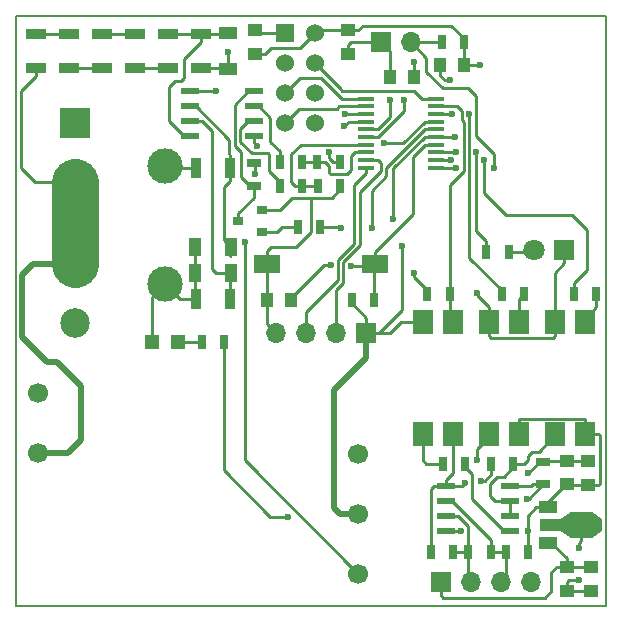
<source format=gtl>
G04 #@! TF.FileFunction,Copper,L1,Top,Signal*
%FSLAX46Y46*%
G04 Gerber Fmt 4.6, Leading zero omitted, Abs format (unit mm)*
G04 Created by KiCad (PCBNEW 4.0.2-stable) date 6/1/2017 2:40:02 PM*
%MOMM*%
G01*
G04 APERTURE LIST*
%ADD10C,0.100000*%
%ADD11C,0.150000*%
%ADD12R,1.000000X1.250000*%
%ADD13R,1.250000X1.000000*%
%ADD14R,1.000000X1.600000*%
%ADD15R,1.600000X1.000000*%
%ADD16R,1.200000X1.200000*%
%ADD17R,1.700000X1.700000*%
%ADD18O,1.700000X1.700000*%
%ADD19R,2.500000X2.500000*%
%ADD20C,2.500000*%
%ADD21C,1.700000*%
%ADD22R,0.900000X0.800000*%
%ADD23R,0.700000X1.300000*%
%ADD24R,0.900000X1.700000*%
%ADD25R,1.700000X0.900000*%
%ADD26C,3.000000*%
%ADD27R,1.300000X0.700000*%
%ADD28R,2.180000X1.600000*%
%ADD29R,1.450000X0.450000*%
%ADD30R,1.524000X1.524000*%
%ADD31C,1.524000*%
%ADD32R,1.550000X0.600000*%
%ADD33R,1.780000X2.000000*%
%ADD34R,1.500000X1.000000*%
%ADD35R,1.800000X1.000000*%
%ADD36R,1.840000X2.200000*%
%ADD37R,1.800000X1.800000*%
%ADD38C,1.800000*%
%ADD39C,0.600000*%
%ADD40C,0.250000*%
%ADD41C,0.500000*%
%ADD42C,4.000000*%
G04 APERTURE END LIST*
D10*
D11*
X75000000Y-75000000D02*
X125000000Y-75000000D01*
X75000000Y-125000000D02*
X125000000Y-125000000D01*
X125000000Y-75000000D02*
X125000000Y-125000000D01*
X75000000Y-75000000D02*
X75000000Y-125000000D01*
D12*
X108696000Y-80162400D03*
X106696000Y-80162400D03*
X112963200Y-79197200D03*
X110963200Y-79197200D03*
X98282000Y-99060000D03*
X96282000Y-99060000D03*
D13*
X103124000Y-76216000D03*
X103124000Y-78216000D03*
X95250000Y-78216000D03*
X95250000Y-76216000D03*
D14*
X93220800Y-94589600D03*
X90220800Y-94589600D03*
X90218000Y-96774000D03*
X93218000Y-96774000D03*
D15*
X92964000Y-76478000D03*
X92964000Y-79478000D03*
D13*
X123698000Y-121682000D03*
X123698000Y-123682000D03*
X121666000Y-121682000D03*
X121666000Y-123682000D03*
X123494800Y-114690400D03*
X123494800Y-112690400D03*
X121716800Y-114674400D03*
X121716800Y-112674400D03*
D16*
X88730000Y-102616000D03*
X86530000Y-102616000D03*
D17*
X105918000Y-77216000D03*
D18*
X108458000Y-77216000D03*
D17*
X104648000Y-101854000D03*
D18*
X102108000Y-101854000D03*
X99568000Y-101854000D03*
X97028000Y-101854000D03*
D19*
X80010000Y-96012000D03*
D20*
X80010000Y-101012000D03*
D19*
X80010000Y-84074000D03*
D20*
X80010000Y-89074000D03*
D17*
X110998000Y-122936000D03*
D18*
X113538000Y-122936000D03*
X116078000Y-122936000D03*
X118618000Y-122936000D03*
D21*
X103999000Y-122254000D03*
X103999000Y-117174000D03*
X103999000Y-112094000D03*
X76849000Y-112024000D03*
X76849000Y-106944000D03*
D22*
X95843600Y-93304400D03*
X95843600Y-91404400D03*
X93843600Y-92354400D03*
D23*
X112964000Y-77216000D03*
X111064000Y-77216000D03*
X103444000Y-99060000D03*
X105344000Y-99060000D03*
X92644000Y-102616000D03*
X90744000Y-102616000D03*
D24*
X93144000Y-87884000D03*
X90244000Y-87884000D03*
D25*
X76708000Y-76528000D03*
X76708000Y-79428000D03*
D26*
X87630000Y-87710000D03*
X87630000Y-97710000D03*
D25*
X79502000Y-79428000D03*
X79502000Y-76528000D03*
X82296000Y-76528000D03*
X82296000Y-79428000D03*
X85090000Y-79428000D03*
X85090000Y-76528000D03*
D24*
X93167200Y-99009200D03*
X90267200Y-99009200D03*
D25*
X87884000Y-76528000D03*
X87884000Y-79428000D03*
X90678000Y-79428000D03*
X90678000Y-76528000D03*
D27*
X95148400Y-89408000D03*
X95148400Y-87508000D03*
D23*
X99248000Y-87376000D03*
X97348000Y-87376000D03*
X99248000Y-89408000D03*
X97348000Y-89408000D03*
X100772000Y-92862400D03*
X98872000Y-92862400D03*
X102499200Y-89408000D03*
X100599200Y-89408000D03*
X102448400Y-87376000D03*
X100548400Y-87376000D03*
X116484400Y-120396000D03*
X118384400Y-120396000D03*
X124140000Y-98552000D03*
X122240000Y-98552000D03*
X115229600Y-112928400D03*
X117129600Y-112928400D03*
X113334800Y-120396000D03*
X115234800Y-120396000D03*
X110164800Y-120396000D03*
X112064800Y-120396000D03*
X118044000Y-98552000D03*
X116144000Y-98552000D03*
D27*
X119684800Y-112740400D03*
X119684800Y-114640400D03*
D23*
X113065600Y-112928400D03*
X111165600Y-112928400D03*
X109860000Y-98552000D03*
X111760000Y-98552000D03*
D28*
X96235570Y-96009680D03*
X105440430Y-96014320D03*
D29*
X110595200Y-87862600D03*
X110595200Y-87212600D03*
X110595200Y-86562600D03*
X110595200Y-85912600D03*
X110595200Y-85262600D03*
X110595200Y-84612600D03*
X110595200Y-83962600D03*
X110595200Y-83312600D03*
X110595200Y-82662600D03*
X110595200Y-82012600D03*
X104695200Y-82012600D03*
X104695200Y-82662600D03*
X104695200Y-83312600D03*
X104695200Y-83962600D03*
X104695200Y-84612600D03*
X104695200Y-85262600D03*
X104695200Y-85912600D03*
X104695200Y-86562600D03*
X104695200Y-87212600D03*
X104695200Y-87862600D03*
D30*
X97790000Y-76454000D03*
D31*
X100330000Y-76454000D03*
X97790000Y-78994000D03*
X100330000Y-78994000D03*
X97790000Y-81534000D03*
X100330000Y-81534000D03*
X97790000Y-84074000D03*
X100330000Y-84074000D03*
D32*
X89756000Y-81407000D03*
X89756000Y-82677000D03*
X89756000Y-83947000D03*
X89756000Y-85217000D03*
X95156000Y-85217000D03*
X95156000Y-83947000D03*
X95156000Y-82677000D03*
X95156000Y-81407000D03*
D33*
X123190000Y-100899000D03*
X120650000Y-110429000D03*
X120650000Y-100899000D03*
X123190000Y-110429000D03*
D32*
X116847600Y-118643400D03*
X116847600Y-117373400D03*
X116847600Y-116103400D03*
X116847600Y-114833400D03*
X111447600Y-114833400D03*
X111447600Y-116103400D03*
X111447600Y-117373400D03*
X111447600Y-118643400D03*
D33*
X117602000Y-100899000D03*
X115062000Y-110429000D03*
X115062000Y-100899000D03*
X117602000Y-110429000D03*
X109474000Y-110429000D03*
X112014000Y-100899000D03*
X112014000Y-110429000D03*
X109474000Y-100899000D03*
D10*
G36*
X123806400Y-117010000D02*
X124656400Y-117610000D01*
X124656400Y-118610000D01*
X123806400Y-119210000D01*
X123806400Y-117010000D01*
X123806400Y-117010000D01*
G37*
D34*
X120084400Y-116610000D03*
D35*
X120230900Y-118110000D03*
D34*
X120084400Y-119610000D03*
D36*
X122897900Y-118110000D03*
D10*
G36*
X121988200Y-119210000D02*
X120988200Y-118510000D01*
X120988200Y-117710000D01*
X121988200Y-117010000D01*
X121988200Y-119210000D01*
X121988200Y-119210000D01*
G37*
D23*
X114838400Y-94996000D03*
X116738400Y-94996000D03*
D37*
X121462800Y-94792800D03*
D38*
X118922800Y-94792800D03*
D39*
X98044000Y-117398800D03*
X107696000Y-94488000D03*
X106984800Y-92202000D03*
X112166400Y-85242400D03*
X108712000Y-78892400D03*
X114300000Y-79197200D03*
X107848400Y-82092800D03*
X101498400Y-86563200D03*
X106680000Y-82143600D03*
X111810800Y-80467200D03*
X108762800Y-96774000D03*
X114046000Y-98450400D03*
X95402400Y-86013400D03*
X92964000Y-78028800D03*
X101677968Y-96113600D03*
X103378000Y-96164400D03*
X114401600Y-114350800D03*
X113030000Y-114554000D03*
X118384000Y-113741200D03*
X122682000Y-120091200D03*
X122682000Y-122732800D03*
X112318800Y-87884000D03*
X115519200Y-87884000D03*
X94386400Y-94132400D03*
X91998800Y-81381600D03*
X95250000Y-88392000D03*
X102514400Y-92964000D03*
X105156000Y-92964000D03*
X111841631Y-87241871D03*
X114655600Y-87223600D03*
X113370180Y-83343154D03*
X111963200Y-83312000D03*
X118313200Y-115874800D03*
X114096800Y-112572800D03*
X106172000Y-85801200D03*
X102870000Y-83312000D03*
X102819200Y-84328000D03*
X118338600Y-118643400D03*
X112699800Y-118643400D03*
X112252996Y-86555724D03*
X114003431Y-86563200D03*
D40*
X96570800Y-117398800D02*
X98044000Y-117398800D01*
X92659200Y-113487200D02*
X96570800Y-117398800D01*
X92659200Y-103531200D02*
X92659200Y-113487200D01*
X92644000Y-102616000D02*
X92644000Y-103516000D01*
X92644000Y-103516000D02*
X92659200Y-103531200D01*
D41*
X101955600Y-106680000D02*
X104648000Y-103987600D01*
X104648000Y-103987600D02*
X104648000Y-101854000D01*
X101955600Y-116687600D02*
X101955600Y-106680000D01*
X102442000Y-117174000D02*
X101955600Y-116687600D01*
X103999000Y-117174000D02*
X102442000Y-117174000D01*
D40*
X107635000Y-100899000D02*
X106680000Y-101854000D01*
X106680000Y-101854000D02*
X104648000Y-101854000D01*
X109474000Y-100899000D02*
X107635000Y-100899000D01*
X107696000Y-94488000D02*
X107696000Y-99906000D01*
X107696000Y-99906000D02*
X105748000Y-101854000D01*
X105748000Y-101854000D02*
X104648000Y-101854000D01*
X106984800Y-87898000D02*
X106984800Y-92202000D01*
X110595200Y-85262600D02*
X109620200Y-85262600D01*
X109620200Y-85262600D02*
X106984800Y-87898000D01*
X111590400Y-85242400D02*
X112166400Y-85242400D01*
X110595200Y-85262600D02*
X111570200Y-85262600D01*
X111570200Y-85262600D02*
X111590400Y-85242400D01*
X108696000Y-80162400D02*
X108696000Y-78908400D01*
X108696000Y-78908400D02*
X108712000Y-78892400D01*
X112963200Y-79197200D02*
X114300000Y-79197200D01*
X107848400Y-83084400D02*
X107848400Y-82092800D01*
X104695200Y-85262600D02*
X105670200Y-85262600D01*
X105670200Y-85262600D02*
X107848400Y-83084400D01*
X112963200Y-79197200D02*
X112963200Y-77216800D01*
X112963200Y-77216800D02*
X112964000Y-77216000D01*
X103124000Y-76216000D02*
X103999000Y-76216000D01*
X103999000Y-76216000D02*
X104370600Y-75844400D01*
X104370600Y-75844400D02*
X111892400Y-75844400D01*
X111892400Y-75844400D02*
X112964000Y-76916000D01*
X112964000Y-76916000D02*
X112964000Y-77216000D01*
X103444000Y-99060000D02*
X103444000Y-99360000D01*
X103444000Y-99360000D02*
X104648000Y-100564000D01*
X104648000Y-100564000D02*
X104648000Y-101854000D01*
X96617000Y-77724000D02*
X99060000Y-77724000D01*
X99060000Y-77724000D02*
X100330000Y-76454000D01*
X95250000Y-78216000D02*
X96125000Y-78216000D01*
X96125000Y-78216000D02*
X96617000Y-77724000D01*
X103124000Y-76216000D02*
X100568000Y-76216000D01*
X100568000Y-76216000D02*
X100330000Y-76454000D01*
X90267200Y-99009200D02*
X88929200Y-99009200D01*
X88929200Y-99009200D02*
X87630000Y-97710000D01*
X90218000Y-96774000D02*
X90218000Y-98960000D01*
X90218000Y-98960000D02*
X90267200Y-99009200D01*
X90220800Y-94589600D02*
X90220800Y-96771200D01*
X90220800Y-96771200D02*
X90218000Y-96774000D01*
X98729802Y-94589600D02*
X96605650Y-94589600D01*
X96605650Y-94589600D02*
X96235570Y-94959680D01*
X99974400Y-90414199D02*
X101773399Y-90414199D01*
X98409401Y-90414199D02*
X99974400Y-90414199D01*
X99974400Y-90414199D02*
X99974400Y-93345002D01*
X99974400Y-93345002D02*
X98729802Y-94589600D01*
X95843600Y-91404400D02*
X97419200Y-91404400D01*
X97419200Y-91404400D02*
X98409401Y-90414199D01*
X101783200Y-90424000D02*
X102499200Y-89708000D01*
X101773399Y-90414199D02*
X101783200Y-90424000D01*
X102499200Y-89708000D02*
X102499200Y-89408000D01*
X121462800Y-94792800D02*
X121462800Y-95942800D01*
X121462800Y-95942800D02*
X120650000Y-96755600D01*
X120650000Y-96755600D02*
X120650000Y-100899000D01*
X101498400Y-87026000D02*
X101498400Y-86563200D01*
X102448400Y-87376000D02*
X101848400Y-87376000D01*
X101848400Y-87376000D02*
X101498400Y-87026000D01*
X106680000Y-83602800D02*
X106680000Y-82143600D01*
X104695200Y-84612600D02*
X105670200Y-84612600D01*
X105670200Y-84612600D02*
X106680000Y-83602800D01*
X111358200Y-80467200D02*
X111810800Y-80467200D01*
X110963200Y-79197200D02*
X110963200Y-80072200D01*
X110963200Y-80072200D02*
X111358200Y-80467200D01*
X108762800Y-97154800D02*
X108762800Y-96774000D01*
X109860000Y-98552000D02*
X109860000Y-98252000D01*
X109860000Y-98252000D02*
X108762800Y-97154800D01*
X114046000Y-98633000D02*
X114046000Y-98450400D01*
X115062000Y-100899000D02*
X115062000Y-99649000D01*
X115062000Y-99649000D02*
X114046000Y-98633000D01*
X96282000Y-99060000D02*
X96282000Y-101108000D01*
X96282000Y-101108000D02*
X97028000Y-101854000D01*
X95156000Y-85767000D02*
X95402400Y-86013400D01*
X95156000Y-85217000D02*
X95156000Y-85767000D01*
X92964000Y-78728000D02*
X92964000Y-78028800D01*
X92964000Y-79478000D02*
X92964000Y-78728000D01*
X111064000Y-79096400D02*
X110963200Y-79197200D01*
X120650000Y-100899000D02*
X120650000Y-102149000D01*
X120650000Y-102149000D02*
X120487800Y-102311200D01*
X120487800Y-102311200D02*
X115224200Y-102311200D01*
X115224200Y-102311200D02*
X115062000Y-102149000D01*
X115062000Y-102149000D02*
X115062000Y-100899000D01*
X120599200Y-100848200D02*
X120650000Y-100899000D01*
X96235570Y-94959680D02*
X96235570Y-96009680D01*
X106696000Y-80162400D02*
X106696000Y-77994000D01*
X106696000Y-77994000D02*
X105918000Y-77216000D01*
X105918000Y-77216000D02*
X103374000Y-77216000D01*
X103374000Y-77216000D02*
X103124000Y-77466000D01*
X103124000Y-77466000D02*
X103124000Y-78216000D01*
X96282000Y-99060000D02*
X96282000Y-96056110D01*
X96282000Y-96056110D02*
X96235570Y-96009680D01*
X97790000Y-76454000D02*
X95488000Y-76454000D01*
X95488000Y-76454000D02*
X95250000Y-76216000D01*
X86530000Y-102616000D02*
X86530000Y-98810000D01*
X86530000Y-98810000D02*
X87630000Y-97710000D01*
X90678000Y-79428000D02*
X92914000Y-79428000D01*
X92914000Y-79428000D02*
X92964000Y-79478000D01*
X103378000Y-96164400D02*
X105290350Y-96164400D01*
X105290350Y-96164400D02*
X105440430Y-96014320D01*
X101253704Y-96113600D02*
X101677968Y-96113600D01*
X101103400Y-96113600D02*
X101253704Y-96113600D01*
X98282000Y-98935000D02*
X101103400Y-96113600D01*
X98282000Y-99060000D02*
X98282000Y-98935000D01*
X108610400Y-91794350D02*
X108610400Y-86922400D01*
X108610400Y-86922400D02*
X109620200Y-85912600D01*
X109620200Y-85912600D02*
X110595200Y-85912600D01*
X105440430Y-96014320D02*
X105440430Y-94964320D01*
X105440430Y-94964320D02*
X108610400Y-91794350D01*
X105344000Y-99060000D02*
X105344000Y-96110750D01*
X105344000Y-96110750D02*
X105440430Y-96014320D01*
X92659200Y-89468800D02*
X92659200Y-94028000D01*
X92659200Y-94028000D02*
X93131190Y-94499990D01*
X93131190Y-94499990D02*
X93220800Y-94499990D01*
X93144000Y-87884000D02*
X93144000Y-88984000D01*
X93144000Y-88984000D02*
X92659200Y-89468800D01*
X93144000Y-87884000D02*
X93144000Y-86784000D01*
X93144000Y-86784000D02*
X93072789Y-86712789D01*
X93072789Y-86712789D02*
X93072789Y-85518789D01*
X93072789Y-85518789D02*
X90231000Y-82677000D01*
X90231000Y-82677000D02*
X89756000Y-82677000D01*
X93194000Y-87934000D02*
X93144000Y-87884000D01*
X93194000Y-95250000D02*
X93194000Y-94950000D01*
X93144000Y-95300000D02*
X93194000Y-95250000D01*
X93167200Y-99009200D02*
X93167200Y-96824800D01*
X93167200Y-96824800D02*
X93218000Y-96774000D01*
X89756000Y-83947000D02*
X90805000Y-83947000D01*
X90805000Y-83947000D02*
X91619001Y-84761001D01*
X91619001Y-84761001D02*
X91619001Y-96445001D01*
X91619001Y-96445001D02*
X91948000Y-96774000D01*
X91948000Y-96774000D02*
X93218000Y-96774000D01*
X90678000Y-76528000D02*
X92914000Y-76528000D01*
X92914000Y-76528000D02*
X92964000Y-76478000D01*
X87985600Y-81026000D02*
X87985600Y-83921600D01*
X87985600Y-83921600D02*
X89281000Y-85217000D01*
X89281000Y-85217000D02*
X89756000Y-85217000D01*
X88493600Y-80518000D02*
X87985600Y-81026000D01*
X89001600Y-80518000D02*
X88493600Y-80518000D01*
X89255600Y-80264000D02*
X89001600Y-80518000D01*
X89255600Y-78650400D02*
X89255600Y-80264000D01*
X90678000Y-76528000D02*
X90678000Y-77228000D01*
X90678000Y-77228000D02*
X89255600Y-78650400D01*
X87884000Y-76528000D02*
X90678000Y-76528000D01*
X121666000Y-121682000D02*
X120791000Y-121682000D01*
X120791000Y-121682000D02*
X120345200Y-122127800D01*
X120345200Y-122127800D02*
X120345200Y-123698000D01*
X119786400Y-124256800D02*
X111218800Y-124256800D01*
X120345200Y-123698000D02*
X119786400Y-124256800D01*
X111218800Y-124256800D02*
X110998000Y-124036000D01*
X110998000Y-124036000D02*
X110998000Y-122936000D01*
X120084400Y-119610000D02*
X120344000Y-119610000D01*
X120344000Y-119610000D02*
X121666000Y-120932000D01*
X121666000Y-120932000D02*
X121666000Y-121682000D01*
X121666000Y-121682000D02*
X123698000Y-121682000D01*
X122897900Y-118110000D02*
X124231400Y-118110000D01*
X114707200Y-114350800D02*
X114401600Y-114350800D01*
X115229600Y-112928400D02*
X115229600Y-113828400D01*
X115229600Y-113828400D02*
X114707200Y-114350800D01*
X112750600Y-114833400D02*
X113030000Y-114554000D01*
X111447600Y-114833400D02*
X112750600Y-114833400D01*
X119684800Y-112740400D02*
X119384800Y-112740400D01*
X119384800Y-112740400D02*
X118384000Y-113741200D01*
X122682000Y-119675900D02*
X122682000Y-120091200D01*
X122897900Y-118110000D02*
X122897900Y-119460000D01*
X122897900Y-119460000D02*
X122682000Y-119675900D01*
X121488200Y-118110000D02*
X120230900Y-118110000D01*
X122897900Y-118110000D02*
X121488200Y-118110000D01*
X121865200Y-122732800D02*
X122682000Y-122732800D01*
X121666000Y-123682000D02*
X121666000Y-122932000D01*
X121666000Y-122932000D02*
X121865200Y-122732800D01*
X115229600Y-113228400D02*
X115229600Y-112928400D01*
X111447600Y-114833400D02*
X111447600Y-114283400D01*
X111447600Y-114283400D02*
X112014000Y-113717000D01*
X112014000Y-113717000D02*
X112014000Y-111679000D01*
X112014000Y-111679000D02*
X112014000Y-110429000D01*
X111447600Y-114833400D02*
X110422600Y-114833400D01*
X110422600Y-114833400D02*
X110164800Y-115091200D01*
X110164800Y-115091200D02*
X110164800Y-119496000D01*
X110164800Y-119496000D02*
X110164800Y-120396000D01*
X121716800Y-112674400D02*
X119750800Y-112674400D01*
X119750800Y-112674400D02*
X119684800Y-112740400D01*
X123494800Y-112690400D02*
X121732800Y-112690400D01*
X121732800Y-112690400D02*
X121716800Y-112674400D01*
X121666000Y-123682000D02*
X123698000Y-123682000D01*
X111922600Y-116103400D02*
X115234800Y-119415600D01*
X115234800Y-119415600D02*
X115234800Y-119496000D01*
X111447600Y-116103400D02*
X111922600Y-116103400D01*
X115234800Y-119496000D02*
X115234800Y-120396000D01*
X116484400Y-120396000D02*
X116484400Y-122529600D01*
X116484400Y-122529600D02*
X116078000Y-122936000D01*
X115234800Y-120396000D02*
X116484400Y-120396000D01*
X90744000Y-102616000D02*
X88730000Y-102616000D01*
X113995200Y-85191600D02*
X115519200Y-86715600D01*
X115519200Y-86715600D02*
X115519200Y-87884000D01*
X113995200Y-81788000D02*
X113995200Y-85191600D01*
X113299402Y-81092202D02*
X113995200Y-81788000D01*
X111148200Y-81092202D02*
X113299402Y-81092202D01*
X109778800Y-79722802D02*
X111148200Y-81092202D01*
X109778800Y-78536800D02*
X109778800Y-79722802D01*
X108458000Y-77216000D02*
X109778800Y-78536800D01*
X110595200Y-87862600D02*
X110616600Y-87884000D01*
X110616600Y-87884000D02*
X112318800Y-87884000D01*
X111064000Y-77216000D02*
X108458000Y-77216000D01*
X105918000Y-88174802D02*
X104190800Y-89902002D01*
X102752999Y-97602201D02*
X102108000Y-98247200D01*
X104190800Y-94426598D02*
X102752999Y-95864399D01*
X102108000Y-100651919D02*
X102108000Y-101854000D01*
X102752999Y-95864399D02*
X102752999Y-97602201D01*
X105918000Y-87460400D02*
X105918000Y-88174802D01*
X104695200Y-87212600D02*
X105670200Y-87212600D01*
X104190800Y-89902002D02*
X104190800Y-94426598D01*
X105670200Y-87212600D02*
X105918000Y-87460400D01*
X102108000Y-98247200D02*
X102108000Y-100651919D01*
X102302988Y-97341012D02*
X99568000Y-100076000D01*
X99568000Y-100651919D02*
X99568000Y-101854000D01*
X103682800Y-89350000D02*
X103682800Y-94298187D01*
X99568000Y-100076000D02*
X99568000Y-100651919D01*
X104695200Y-88337600D02*
X103682800Y-89350000D01*
X102302988Y-95677999D02*
X102302988Y-97341012D01*
X104695200Y-87862600D02*
X104695200Y-88337600D01*
X103682800Y-94298187D02*
X102302988Y-95677999D01*
D41*
X80568800Y-110896400D02*
X79441200Y-112024000D01*
X79441200Y-112024000D02*
X76849000Y-112024000D01*
X80568800Y-106324400D02*
X80568800Y-110896400D01*
X78536800Y-104292400D02*
X80568800Y-106324400D01*
X77673200Y-104292400D02*
X78536800Y-104292400D01*
X75548999Y-102168199D02*
X77673200Y-104292400D01*
X76454000Y-96012000D02*
X75548999Y-96917001D01*
X75548999Y-96917001D02*
X75548999Y-102168199D01*
X80010000Y-96012000D02*
X76454000Y-96012000D01*
D42*
X80010000Y-89074000D02*
X80010000Y-96012000D01*
D40*
X75438000Y-87884000D02*
X76628000Y-89074000D01*
X76628000Y-89074000D02*
X80010000Y-89074000D01*
X75438000Y-81398000D02*
X75438000Y-87884000D01*
X76708000Y-79428000D02*
X76708000Y-80128000D01*
X76708000Y-80128000D02*
X75438000Y-81398000D01*
X90244000Y-87884000D02*
X87804000Y-87884000D01*
X87804000Y-87884000D02*
X87630000Y-87710000D01*
X111447600Y-117373400D02*
X112472600Y-117373400D01*
X112472600Y-117373400D02*
X113334800Y-118235600D01*
X113334800Y-118235600D02*
X113334800Y-119496000D01*
X113334800Y-119496000D02*
X113334800Y-120396000D01*
X113334800Y-120396000D02*
X113334800Y-122732800D01*
X113334800Y-122732800D02*
X113538000Y-122936000D01*
X113334800Y-120396000D02*
X112064800Y-120396000D01*
X94386400Y-94132400D02*
X94386400Y-112641400D01*
X91998800Y-81381600D02*
X89781400Y-81381600D01*
X89781400Y-81381600D02*
X89756000Y-81407000D01*
X95250000Y-88392000D02*
X95250000Y-87609600D01*
X95250000Y-87609600D02*
X95148400Y-87508000D01*
X103999000Y-122254000D02*
X94386400Y-112641400D01*
X97144800Y-93304400D02*
X97586800Y-92862400D01*
X97586800Y-92862400D02*
X98872000Y-92862400D01*
X95843600Y-93304400D02*
X97144800Y-93304400D01*
X93843600Y-92354400D02*
X93843600Y-91704400D01*
X93843600Y-91704400D02*
X95148400Y-90399600D01*
X95148400Y-90399600D02*
X95148400Y-90203200D01*
X95148400Y-89408000D02*
X95148400Y-90203200D01*
X94081600Y-86563200D02*
X94081600Y-88641200D01*
X94081600Y-88641200D02*
X94848400Y-89408000D01*
X94848400Y-89408000D02*
X95148400Y-89408000D01*
X93573600Y-86055200D02*
X94081600Y-86563200D01*
X93573600Y-82514400D02*
X93573600Y-86055200D01*
X95156000Y-81407000D02*
X94681000Y-81407000D01*
X94681000Y-81407000D02*
X93573600Y-82514400D01*
X76708000Y-76528000D02*
X77808000Y-76528000D01*
X77808000Y-76528000D02*
X79502000Y-76528000D01*
X79502000Y-79428000D02*
X80602000Y-79428000D01*
X80602000Y-79428000D02*
X82296000Y-79428000D01*
X82296000Y-76528000D02*
X83396000Y-76528000D01*
X83396000Y-76528000D02*
X85090000Y-76528000D01*
X85090000Y-79428000D02*
X86190000Y-79428000D01*
X86190000Y-79428000D02*
X87884000Y-79428000D01*
X103378000Y-88087200D02*
X103378000Y-86904800D01*
X103378000Y-86904800D02*
X103720200Y-86562600D01*
X103720200Y-86562600D02*
X104695200Y-86562600D01*
X103073200Y-88392000D02*
X103378000Y-88087200D01*
X101650800Y-88392000D02*
X103073200Y-88392000D01*
X101498400Y-88239600D02*
X101650800Y-88392000D01*
X101498400Y-87726000D02*
X101498400Y-88239600D01*
X100548400Y-87376000D02*
X101148400Y-87376000D01*
X101148400Y-87376000D02*
X101498400Y-87726000D01*
X99248000Y-87376000D02*
X100548400Y-87376000D01*
X96570800Y-83616800D02*
X96570800Y-85698800D01*
X97348000Y-86476000D02*
X97348000Y-87376000D01*
X96570800Y-85698800D02*
X97348000Y-86476000D01*
X95156000Y-82677000D02*
X95631000Y-82677000D01*
X95631000Y-82677000D02*
X96570800Y-83616800D01*
X98348800Y-89108800D02*
X98348800Y-86690198D01*
X103720200Y-85912600D02*
X104695200Y-85912600D01*
X98348800Y-86690198D02*
X99126398Y-85912600D01*
X99126398Y-85912600D02*
X103720200Y-85912600D01*
X99248000Y-89408000D02*
X98648000Y-89408000D01*
X98648000Y-89408000D02*
X98348800Y-89108800D01*
X100599200Y-89408000D02*
X99248000Y-89408000D01*
X96418400Y-88178400D02*
X97348000Y-89108000D01*
X96418400Y-86715600D02*
X96418400Y-88178400D01*
X96360411Y-86657611D02*
X96418400Y-86715600D01*
X95012800Y-86657611D02*
X96360411Y-86657611D01*
X94023611Y-85668422D02*
X95012800Y-86657611D01*
X94023611Y-84604389D02*
X94023611Y-85668422D01*
X94681000Y-83947000D02*
X94023611Y-84604389D01*
X95156000Y-83947000D02*
X94681000Y-83947000D01*
X97348000Y-89108000D02*
X97348000Y-89408000D01*
X100772000Y-92862400D02*
X102412800Y-92862400D01*
X102412800Y-92862400D02*
X102514400Y-92964000D01*
X102499200Y-92948800D02*
X102514400Y-92964000D01*
X105156000Y-89814400D02*
X105156000Y-92964000D01*
X106375200Y-88595200D02*
X105156000Y-89814400D01*
X106375200Y-87857600D02*
X106375200Y-88595200D01*
X110595200Y-84612600D02*
X109620200Y-84612600D01*
X109620200Y-84612600D02*
X106375200Y-87857600D01*
X123190000Y-100634800D02*
X124140000Y-99684800D01*
X124140000Y-99684800D02*
X124140000Y-98552000D01*
X123190000Y-100899000D02*
X123190000Y-100634800D01*
X114655600Y-87223600D02*
X114655600Y-90017600D01*
X116535200Y-91897200D02*
X122123200Y-91897200D01*
X122123200Y-91897200D02*
X123393200Y-93167200D01*
X114655600Y-90017600D02*
X116535200Y-91897200D01*
X122240000Y-97652000D02*
X122240000Y-98552000D01*
X123393200Y-93167200D02*
X123393200Y-96498800D01*
X123393200Y-96498800D02*
X122240000Y-97652000D01*
X110595200Y-87212600D02*
X111812360Y-87212600D01*
X111812360Y-87212600D02*
X111841631Y-87241871D01*
X118364000Y-112572800D02*
X118008400Y-112928400D01*
X118008400Y-112928400D02*
X117129600Y-112928400D01*
X118364000Y-112268000D02*
X118364000Y-112572800D01*
X118719600Y-111912400D02*
X118364000Y-112268000D01*
X119276600Y-111912400D02*
X118719600Y-111912400D01*
X120650000Y-110539000D02*
X119276600Y-111912400D01*
X115163600Y-115671600D02*
X115595400Y-116103400D01*
X115595400Y-116103400D02*
X116847600Y-116103400D01*
X115163600Y-114604800D02*
X115163600Y-115671600D01*
X115722400Y-114046000D02*
X115163600Y-114604800D01*
X116312000Y-114046000D02*
X115722400Y-114046000D01*
X117129600Y-112928400D02*
X117129600Y-113228400D01*
X117129600Y-113228400D02*
X116312000Y-114046000D01*
X120650000Y-110429000D02*
X120650000Y-110539000D01*
X116847600Y-116103400D02*
X116847600Y-116535200D01*
X116847600Y-117373400D02*
X116847600Y-116103400D01*
X117602000Y-100899000D02*
X117602000Y-98994000D01*
X117602000Y-98994000D02*
X118044000Y-98552000D01*
X113370180Y-83767418D02*
X113370180Y-83343154D01*
X113378411Y-87382198D02*
X113378411Y-83775649D01*
X113393812Y-87397599D02*
X113378411Y-87382198D01*
X113393812Y-88370401D02*
X113393812Y-87397599D01*
X113378411Y-95486411D02*
X113378411Y-88385802D01*
X116144000Y-98252000D02*
X113378411Y-95486411D01*
X113378411Y-88385802D02*
X113393812Y-88370401D01*
X116144000Y-98552000D02*
X116144000Y-98252000D01*
X113378411Y-83775649D02*
X113370180Y-83767418D01*
X110595200Y-83312600D02*
X111962600Y-83312600D01*
X111962600Y-83312600D02*
X111963200Y-83312000D01*
X118313200Y-115874800D02*
X118450400Y-115874800D01*
X118450400Y-115874800D02*
X119684800Y-114640400D01*
X114096800Y-111658400D02*
X114096800Y-112572800D01*
X115062000Y-110693200D02*
X114096800Y-111658400D01*
X115062000Y-110429000D02*
X115062000Y-110693200D01*
X119684800Y-114640400D02*
X118784800Y-114640400D01*
X118784800Y-114640400D02*
X118591800Y-114833400D01*
X118591800Y-114833400D02*
X116847600Y-114833400D01*
X116939000Y-114742000D02*
X116847600Y-114833400D01*
X116372600Y-118643400D02*
X116847600Y-118643400D01*
X113665600Y-115936400D02*
X116372600Y-118643400D01*
X113665600Y-113828400D02*
X113665600Y-115936400D01*
X113065600Y-112928400D02*
X113065600Y-113228400D01*
X113065600Y-113228400D02*
X113665600Y-113828400D01*
X109474000Y-110429000D02*
X109474000Y-112623600D01*
X109778800Y-112928400D02*
X111165600Y-112928400D01*
X109474000Y-112623600D02*
X109778800Y-112928400D01*
X112943801Y-88184001D02*
X112943801Y-87583999D01*
X111570200Y-82662600D02*
X110595200Y-82662600D01*
X112364626Y-82662600D02*
X111570200Y-82662600D01*
X112928400Y-83996387D02*
X112745179Y-83813166D01*
X112928400Y-87568598D02*
X112928400Y-83996387D01*
X111760000Y-89367802D02*
X112943801Y-88184001D01*
X112745179Y-83043153D02*
X112364626Y-82662600D01*
X112943801Y-87583999D02*
X112928400Y-87568598D01*
X112745179Y-83813166D02*
X112745179Y-83043153D01*
X111760000Y-98552000D02*
X111760000Y-89367802D01*
X111760000Y-98552000D02*
X111760000Y-100645000D01*
X111760000Y-100645000D02*
X112014000Y-100899000D01*
X107781600Y-85801200D02*
X106172000Y-85801200D01*
X110595200Y-83962600D02*
X109620200Y-83962600D01*
X109620200Y-83962600D02*
X107781600Y-85801200D01*
X110595200Y-82012600D02*
X109393800Y-82012600D01*
X109393800Y-82012600D02*
X108712000Y-81330800D01*
X102666800Y-81330800D02*
X102448401Y-81112401D01*
X108712000Y-81330800D02*
X102666800Y-81330800D01*
X102448401Y-81112401D02*
X100330000Y-78994000D01*
X100838000Y-80264000D02*
X102586600Y-82012600D01*
X102586600Y-82012600D02*
X104695200Y-82012600D01*
X99060000Y-80264000D02*
X100838000Y-80264000D01*
X97790000Y-81534000D02*
X99060000Y-80264000D01*
X102209600Y-82854800D02*
X102401800Y-82662600D01*
X102401800Y-82662600D02*
X104695200Y-82662600D01*
X99009200Y-82854800D02*
X102209600Y-82854800D01*
X97790000Y-84074000D02*
X99009200Y-82854800D01*
X104695200Y-83312600D02*
X102870600Y-83312600D01*
X102870600Y-83312600D02*
X102870000Y-83312000D01*
X104695200Y-83962600D02*
X103184600Y-83962600D01*
X103184600Y-83962600D02*
X102819200Y-84328000D01*
X118338600Y-118643400D02*
X118338600Y-117355800D01*
X118338600Y-117355800D02*
X119084400Y-116610000D01*
X119084400Y-116610000D02*
X120084400Y-116610000D01*
X118384400Y-119496000D02*
X118338600Y-119450200D01*
X118338600Y-119450200D02*
X118338600Y-118643400D01*
X111447600Y-118643400D02*
X112699800Y-118643400D01*
X117602000Y-110429000D02*
X117602000Y-109179000D01*
X123190000Y-109179000D02*
X123190000Y-110429000D01*
X117602000Y-109179000D02*
X117677001Y-109103999D01*
X117677001Y-109103999D02*
X123114999Y-109103999D01*
X123114999Y-109103999D02*
X123190000Y-109179000D01*
X124510800Y-110540800D02*
X124399000Y-110429000D01*
X124399000Y-110429000D02*
X123190000Y-110429000D01*
X124510800Y-114549400D02*
X124510800Y-110540800D01*
X123494800Y-114690400D02*
X124369800Y-114690400D01*
X124369800Y-114690400D02*
X124510800Y-114549400D01*
X121716800Y-114674400D02*
X121591800Y-114674400D01*
X120084400Y-116181800D02*
X120084400Y-116610000D01*
X121591800Y-114674400D02*
X120084400Y-116181800D01*
X123494800Y-114690400D02*
X121732800Y-114690400D01*
X121732800Y-114690400D02*
X121716800Y-114674400D01*
X118384400Y-119496000D02*
X118384400Y-120396000D01*
X116738400Y-94996000D02*
X118719600Y-94996000D01*
X118719600Y-94996000D02*
X118922800Y-94792800D01*
X118348400Y-94996000D02*
X118399200Y-94945200D01*
X112246120Y-86562600D02*
X112252996Y-86555724D01*
X110595200Y-86562600D02*
X112246120Y-86562600D01*
X114003431Y-86987464D02*
X114003431Y-86563200D01*
X114838400Y-94096000D02*
X114003431Y-93261031D01*
X114838400Y-94996000D02*
X114838400Y-94096000D01*
X114003431Y-93261031D02*
X114003431Y-86987464D01*
M02*

</source>
